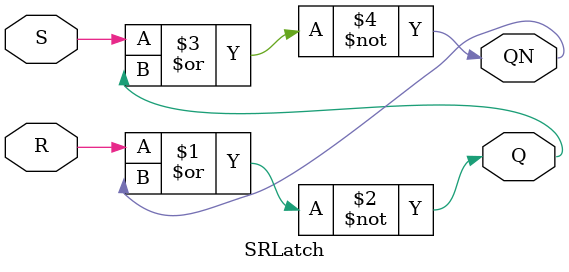
<source format=v>
module SRLatch(
     Q, QN, R, S
);

input R, S;

output Q, QN;

nor nor1(Q, R, QN);
nor nor2(QN, S, Q);

endmodule
</source>
